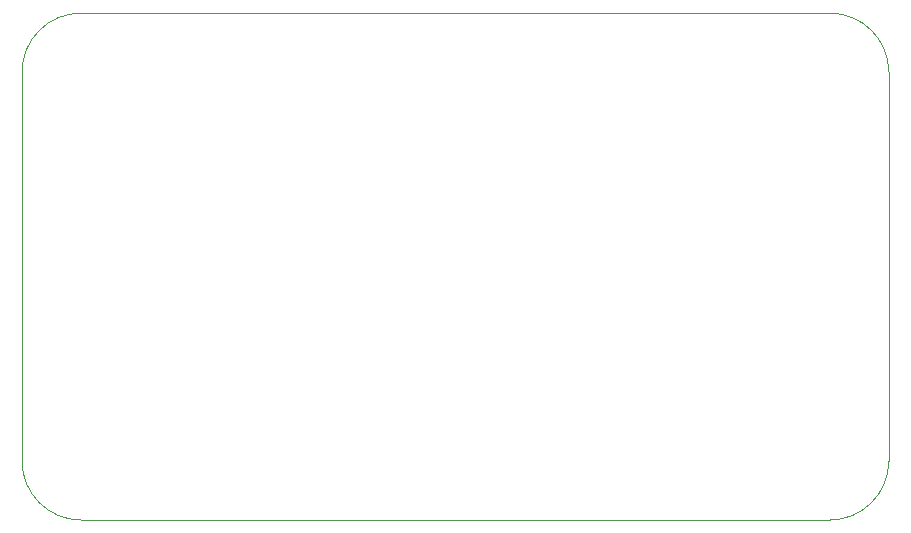
<source format=gm1>
%TF.GenerationSoftware,KiCad,Pcbnew,8.0.4*%
%TF.CreationDate,2024-09-01T16:40:05+08:00*%
%TF.ProjectId,UINIO-MCU-HC32F460KETA,55494e49-4f2d-44d4-9355-2d4843333246,Version 1.0.0*%
%TF.SameCoordinates,PX71f45d0PY4ce7800*%
%TF.FileFunction,Profile,NP*%
%FSLAX46Y46*%
G04 Gerber Fmt 4.6, Leading zero omitted, Abs format (unit mm)*
G04 Created by KiCad (PCBNEW 8.0.4) date 2024-09-01 16:40:05*
%MOMM*%
%LPD*%
G01*
G04 APERTURE LIST*
%TA.AperFunction,Profile*%
%ADD10C,0.050000*%
%TD*%
G04 APERTURE END LIST*
D10*
X0Y0D02*
X63390000Y0D01*
X63390000Y-42920000D02*
X0Y-42920000D01*
X68390000Y-37920000D02*
G75*
G02*
X63390000Y-42920000I-5000000J0D01*
G01*
X68390000Y-5000000D02*
X68390000Y-37920000D01*
X-5000000Y-37920000D02*
X-5000000Y-5000000D01*
X0Y-42920000D02*
G75*
G02*
X-5000000Y-37920000I0J5000000D01*
G01*
X63390000Y0D02*
G75*
G02*
X68390000Y-5000000I0J-5000000D01*
G01*
X-5000000Y-5000000D02*
G75*
G02*
X0Y0I5000000J0D01*
G01*
M02*

</source>
